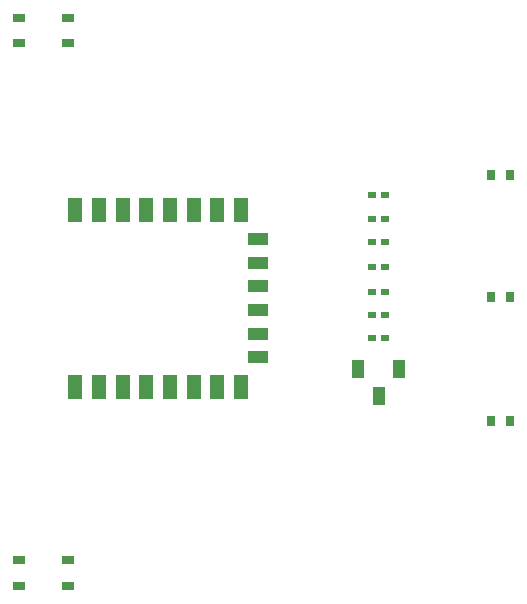
<source format=gbr>
G04 EAGLE Gerber RS-274X export*
G75*
%MOMM*%
%FSLAX34Y34*%
%LPD*%
%INSolderpaste Top*%
%IPPOS*%
%AMOC8*
5,1,8,0,0,1.08239X$1,22.5*%
G01*
%ADD10R,1.200000X2.000000*%
%ADD11R,1.700000X1.100000*%
%ADD12R,0.750000X0.600000*%
%ADD13R,1.050000X0.650000*%
%ADD14R,0.800000X0.950000*%
%ADD15R,1.000000X1.600000*%


D10*
X533250Y229165D03*
X553250Y229165D03*
X573250Y229165D03*
X593250Y229165D03*
X613250Y229165D03*
X633250Y229165D03*
X653250Y229165D03*
X673250Y229165D03*
X673250Y379165D03*
X653250Y379165D03*
X633250Y379165D03*
X613250Y379165D03*
X593250Y379165D03*
X573250Y379165D03*
X553250Y379165D03*
X533250Y379165D03*
D11*
X688250Y254165D03*
X688250Y274165D03*
X688250Y294165D03*
X688250Y314165D03*
X688250Y334165D03*
X688250Y354165D03*
D12*
X784377Y391351D03*
X795377Y391351D03*
D13*
X485282Y541547D03*
X526782Y541547D03*
X485282Y520047D03*
X526782Y520047D03*
X485409Y82188D03*
X526909Y82188D03*
X485409Y60688D03*
X526909Y60688D03*
D12*
X784250Y370967D03*
X795250Y370967D03*
X784313Y351346D03*
X795313Y351346D03*
D14*
X901128Y408686D03*
X885128Y408686D03*
D12*
X784250Y330708D03*
X795250Y330708D03*
X784504Y309753D03*
X795504Y309753D03*
D14*
X901191Y305562D03*
X885191Y305562D03*
D12*
X784250Y289751D03*
X795250Y289751D03*
X784440Y270383D03*
X795440Y270383D03*
D14*
X901064Y200533D03*
X885064Y200533D03*
D15*
X789877Y221355D03*
X807377Y244355D03*
X772377Y244355D03*
M02*

</source>
